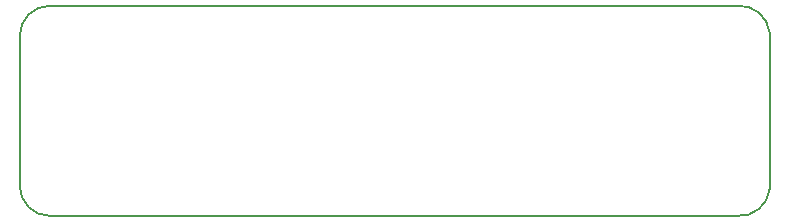
<source format=gbr>
G04 #@! TF.FileFunction,Profile,NP*
%FSLAX46Y46*%
G04 Gerber Fmt 4.6, Leading zero omitted, Abs format (unit mm)*
G04 Created by KiCad (PCBNEW 4.0.5+dfsg1-4) date Wed Jul 11 10:22:54 2018*
%MOMM*%
%LPD*%
G01*
G04 APERTURE LIST*
%ADD10C,0.100000*%
%ADD11C,0.150000*%
G04 APERTURE END LIST*
D10*
D11*
X177546000Y-94996000D02*
X119380000Y-94996000D01*
X180340000Y-110490000D02*
X180340000Y-97282000D01*
X116840000Y-98044000D02*
X116840000Y-97536000D01*
X119380000Y-94996000D02*
G75*
G03X116840000Y-97536000I0J-2540000D01*
G01*
X180340000Y-97282000D02*
G75*
G03X177546000Y-94996000I-2540000J-254000D01*
G01*
X119380000Y-112776000D02*
X177546000Y-112776000D01*
X116840000Y-98044000D02*
X116840000Y-110236000D01*
X177546000Y-112776000D02*
G75*
G03X180340000Y-110490000I254000J2540000D01*
G01*
X116840000Y-110236000D02*
G75*
G03X119380000Y-112776000I2540000J0D01*
G01*
M02*

</source>
